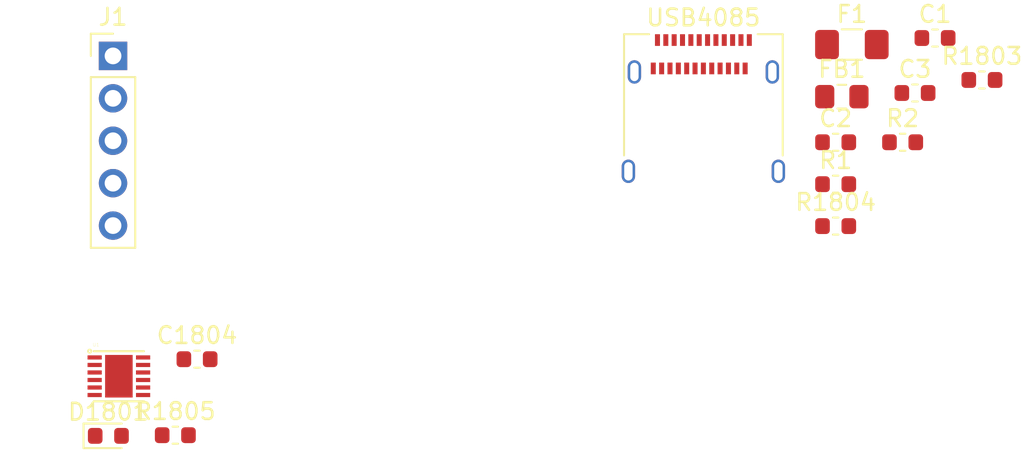
<source format=kicad_pcb>
(kicad_pcb (version 20171130) (host pcbnew "(5.1.6)-1")

  (general
    (thickness 1.6)
    (drawings 0)
    (tracks 0)
    (zones 0)
    (modules 15)
    (nets 30)
  )

  (page A4)
  (layers
    (0 F.Cu signal)
    (31 B.Cu signal)
    (32 B.Adhes user)
    (33 F.Adhes user)
    (34 B.Paste user)
    (35 F.Paste user)
    (36 B.SilkS user)
    (37 F.SilkS user)
    (38 B.Mask user)
    (39 F.Mask user)
    (40 Dwgs.User user)
    (41 Cmts.User user)
    (42 Eco1.User user)
    (43 Eco2.User user)
    (44 Edge.Cuts user)
    (45 Margin user)
    (46 B.CrtYd user)
    (47 F.CrtYd user)
    (48 B.Fab user)
    (49 F.Fab user)
  )

  (setup
    (last_trace_width 0.25)
    (trace_clearance 0.2)
    (zone_clearance 0.508)
    (zone_45_only no)
    (trace_min 0.2)
    (via_size 0.8)
    (via_drill 0.4)
    (via_min_size 0.4)
    (via_min_drill 0.3)
    (uvia_size 0.3)
    (uvia_drill 0.1)
    (uvias_allowed no)
    (uvia_min_size 0.2)
    (uvia_min_drill 0.1)
    (edge_width 0.1)
    (segment_width 0.2)
    (pcb_text_width 0.3)
    (pcb_text_size 1.5 1.5)
    (mod_edge_width 0.15)
    (mod_text_size 1 1)
    (mod_text_width 0.15)
    (pad_size 1.524 1.524)
    (pad_drill 0.762)
    (pad_to_mask_clearance 0)
    (aux_axis_origin 0 0)
    (visible_elements 7FFFFFFF)
    (pcbplotparams
      (layerselection 0x010fc_ffffffff)
      (usegerberextensions false)
      (usegerberattributes true)
      (usegerberadvancedattributes true)
      (creategerberjobfile true)
      (excludeedgelayer true)
      (linewidth 0.100000)
      (plotframeref false)
      (viasonmask false)
      (mode 1)
      (useauxorigin false)
      (hpglpennumber 1)
      (hpglpenspeed 20)
      (hpglpendiameter 15.000000)
      (psnegative false)
      (psa4output false)
      (plotreference true)
      (plotvalue true)
      (plotinvisibletext false)
      (padsonsilk false)
      (subtractmaskfromsilk false)
      (outputformat 1)
      (mirror false)
      (drillshape 1)
      (scaleselection 1)
      (outputdirectory ""))
  )

  (net 0 "")
  (net 1 "Net-(C1-Pad1)")
  (net 2 GND)
  (net 3 "Net-(C2-Pad1)")
  (net 4 "Net-(C3-Pad2)")
  (net 5 +3V3)
  (net 6 "Net-(D1801-Pad1)")
  (net 7 "Net-(D1801-Pad2)")
  (net 8 "Net-(F1-Pad2)")
  (net 9 VBUS)
  (net 10 /FTDI/TXD)
  (net 11 /FTDI/RXD)
  (net 12 /FTDI/CTS)
  (net 13 /FTDI/RTS)
  (net 14 /FTDI/USBDP)
  (net 15 /USB_C/USBDM)
  (net 16 "Net-(R1803-Pad2)")
  (net 17 "Net-(R1804-Pad2)")
  (net 18 "Net-(USB4085-PadA8)")
  (net 19 "Net-(USB4085-PadB7)")
  (net 20 "Net-(USB4085-PadB8)")
  (net 21 "Net-(USB4085-PadB6)")
  (net 22 "Net-(USB4085-PadB11)")
  (net 23 "Net-(USB4085-PadB10)")
  (net 24 "Net-(USB4085-PadB3)")
  (net 25 "Net-(USB4085-PadB2)")
  (net 26 "Net-(USB4085-PadA11)")
  (net 27 "Net-(USB4085-PadA10)")
  (net 28 "Net-(USB4085-PadA3)")
  (net 29 "Net-(USB4085-PadA2)")

  (net_class Default "This is the default net class."
    (clearance 0.2)
    (trace_width 0.25)
    (via_dia 0.8)
    (via_drill 0.4)
    (uvia_dia 0.3)
    (uvia_drill 0.1)
    (add_net +3V3)
    (add_net /FTDI/CTS)
    (add_net /FTDI/RTS)
    (add_net /FTDI/RXD)
    (add_net /FTDI/TXD)
    (add_net /FTDI/USBDP)
    (add_net /USB_C/USBDM)
    (add_net GND)
    (add_net "Net-(C1-Pad1)")
    (add_net "Net-(C2-Pad1)")
    (add_net "Net-(C3-Pad2)")
    (add_net "Net-(D1801-Pad1)")
    (add_net "Net-(D1801-Pad2)")
    (add_net "Net-(F1-Pad2)")
    (add_net "Net-(R1803-Pad2)")
    (add_net "Net-(R1804-Pad2)")
    (add_net "Net-(USB4085-PadA10)")
    (add_net "Net-(USB4085-PadA11)")
    (add_net "Net-(USB4085-PadA2)")
    (add_net "Net-(USB4085-PadA3)")
    (add_net "Net-(USB4085-PadA8)")
    (add_net "Net-(USB4085-PadB10)")
    (add_net "Net-(USB4085-PadB11)")
    (add_net "Net-(USB4085-PadB2)")
    (add_net "Net-(USB4085-PadB3)")
    (add_net "Net-(USB4085-PadB6)")
    (add_net "Net-(USB4085-PadB7)")
    (add_net "Net-(USB4085-PadB8)")
    (add_net VBUS)
  )

  (module Connector_USB:USB_C_Receptacle_Amphenol_12401610E4-2A (layer F.Cu) (tedit 5A142044) (tstamp 5F7D5803)
    (at 125.83 96.58)
    (descr "USB TYPE C, RA RCPT PCB, SMT, https://www.amphenolcanada.com/StockAvailabilityPrice.aspx?From=&PartNum=12401610E4%7e2A")
    (tags "USB C Type-C Receptacle SMD")
    (path /5F77D207/5F78019D)
    (attr smd)
    (fp_text reference USB4085 (at 0 -6.36) (layer F.SilkS)
      (effects (font (size 1 1) (thickness 0.15)))
    )
    (fp_text value USB_C_Receptacle (at 0 6.14) (layer F.Fab)
      (effects (font (size 1 1) (thickness 0.15)))
    )
    (fp_text user %R (at 0 0) (layer F.Fab)
      (effects (font (size 1 1) (thickness 0.1)))
    )
    (fp_line (start -5.39 5.73) (end -5.39 -5.87) (layer F.CrtYd) (width 0.05))
    (fp_line (start 5.39 5.73) (end -5.39 5.73) (layer F.CrtYd) (width 0.05))
    (fp_line (start 5.39 -5.87) (end 5.39 5.73) (layer F.CrtYd) (width 0.05))
    (fp_line (start -5.39 -5.87) (end 5.39 -5.87) (layer F.CrtYd) (width 0.05))
    (fp_line (start 4.6 5.23) (end 4.6 -5.22) (layer F.Fab) (width 0.1))
    (fp_line (start -4.6 5.23) (end 4.6 5.23) (layer F.Fab) (width 0.1))
    (fp_line (start 3.25 -5.37) (end 4.75 -5.37) (layer F.SilkS) (width 0.12))
    (fp_line (start 4.75 -5.37) (end 4.75 1.89) (layer F.SilkS) (width 0.12))
    (fp_line (start -4.75 -5.37) (end -4.75 1.89) (layer F.SilkS) (width 0.12))
    (fp_line (start -4.75 -5.37) (end -3.25 -5.37) (layer F.SilkS) (width 0.12))
    (fp_line (start -4.6 -5.22) (end 4.6 -5.22) (layer F.Fab) (width 0.1))
    (fp_line (start -4.6 5.23) (end -4.6 -5.22) (layer F.Fab) (width 0.1))
    (pad B12 smd rect (at -3 -3.32) (size 0.3 0.7) (layers F.Cu F.Paste F.Mask)
      (net 2 GND))
    (pad B11 smd rect (at -2.5 -3.32) (size 0.3 0.7) (layers F.Cu F.Paste F.Mask)
      (net 22 "Net-(USB4085-PadB11)"))
    (pad B10 smd rect (at -2 -3.32) (size 0.3 0.7) (layers F.Cu F.Paste F.Mask)
      (net 23 "Net-(USB4085-PadB10)"))
    (pad B9 smd rect (at -1.5 -3.32) (size 0.3 0.7) (layers F.Cu F.Paste F.Mask)
      (net 8 "Net-(F1-Pad2)"))
    (pad B8 smd rect (at -1 -3.32) (size 0.3 0.7) (layers F.Cu F.Paste F.Mask)
      (net 20 "Net-(USB4085-PadB8)"))
    (pad B7 smd rect (at -0.5 -3.32) (size 0.3 0.7) (layers F.Cu F.Paste F.Mask)
      (net 19 "Net-(USB4085-PadB7)"))
    (pad B6 smd rect (at 0 -3.32) (size 0.3 0.7) (layers F.Cu F.Paste F.Mask)
      (net 21 "Net-(USB4085-PadB6)"))
    (pad B5 smd rect (at 0.5 -3.32) (size 0.3 0.7) (layers F.Cu F.Paste F.Mask)
      (net 16 "Net-(R1803-Pad2)"))
    (pad B4 smd rect (at 1 -3.32) (size 0.3 0.7) (layers F.Cu F.Paste F.Mask)
      (net 8 "Net-(F1-Pad2)"))
    (pad B3 smd rect (at 1.5 -3.32) (size 0.3 0.7) (layers F.Cu F.Paste F.Mask)
      (net 24 "Net-(USB4085-PadB3)"))
    (pad B2 smd rect (at 2 -3.32) (size 0.3 0.7) (layers F.Cu F.Paste F.Mask)
      (net 25 "Net-(USB4085-PadB2)"))
    (pad "" np_thru_hole circle (at -3.6 -4.36) (size 0.65 0.65) (drill 0.65) (layers *.Cu *.Mask))
    (pad "" np_thru_hole oval (at 3.6 -4.36) (size 0.95 0.65) (drill oval 0.95 0.65) (layers *.Cu *.Mask))
    (pad S1 thru_hole oval (at -4.49 2.84) (size 0.8 1.4) (drill oval 0.5 1.1) (layers *.Cu *.Mask)
      (net 2 GND))
    (pad S1 thru_hole oval (at 4.49 2.84) (size 0.8 1.4) (drill oval 0.5 1.1) (layers *.Cu *.Mask)
      (net 2 GND))
    (pad S1 thru_hole oval (at 4.13 -3.11) (size 0.8 1.4) (drill oval 0.5 1.1) (layers *.Cu *.Mask)
      (net 2 GND))
    (pad B1 smd rect (at 2.5 -3.32) (size 0.3 0.7) (layers F.Cu F.Paste F.Mask)
      (net 2 GND))
    (pad A11 smd rect (at 2.25 -5.02) (size 0.3 0.7) (layers F.Cu F.Paste F.Mask)
      (net 26 "Net-(USB4085-PadA11)"))
    (pad A8 smd rect (at 0.75 -5.02) (size 0.3 0.7) (layers F.Cu F.Paste F.Mask)
      (net 18 "Net-(USB4085-PadA8)"))
    (pad A9 smd rect (at 1.25 -5.02) (size 0.3 0.7) (layers F.Cu F.Paste F.Mask)
      (net 8 "Net-(F1-Pad2)"))
    (pad A10 smd rect (at 1.75 -5.02) (size 0.3 0.7) (layers F.Cu F.Paste F.Mask)
      (net 27 "Net-(USB4085-PadA10)"))
    (pad A12 smd rect (at 2.75 -5.02) (size 0.3 0.7) (layers F.Cu F.Paste F.Mask)
      (net 2 GND))
    (pad A7 smd rect (at 0.25 -5.02) (size 0.3 0.7) (layers F.Cu F.Paste F.Mask)
      (net 3 "Net-(C2-Pad1)"))
    (pad A6 smd rect (at -0.25 -5.02) (size 0.3 0.7) (layers F.Cu F.Paste F.Mask)
      (net 1 "Net-(C1-Pad1)"))
    (pad A5 smd rect (at -0.75 -5.02) (size 0.3 0.7) (layers F.Cu F.Paste F.Mask)
      (net 17 "Net-(R1804-Pad2)"))
    (pad A4 smd rect (at -1.25 -5.02) (size 0.3 0.7) (layers F.Cu F.Paste F.Mask)
      (net 8 "Net-(F1-Pad2)"))
    (pad A3 smd rect (at -1.75 -5.02) (size 0.3 0.7) (layers F.Cu F.Paste F.Mask)
      (net 28 "Net-(USB4085-PadA3)"))
    (pad A2 smd rect (at -2.25 -5.02) (size 0.3 0.7) (layers F.Cu F.Paste F.Mask)
      (net 29 "Net-(USB4085-PadA2)"))
    (pad A1 smd rect (at -2.75 -5.02) (size 0.3 0.7) (layers F.Cu F.Paste F.Mask)
      (net 2 GND))
    (pad S1 thru_hole oval (at -4.13 -3.11) (size 0.8 1.4) (drill oval 0.5 1.1) (layers *.Cu *.Mask)
      (net 2 GND))
    (model ${KISYS3DMOD}/Connector_USB.3dshapes/USB_C_Receptacle_Amphenol_12401610E4-2A.wrl
      (at (xyz 0 0 0))
      (scale (xyz 1 1 1))
      (rotate (xyz 0 0 0))
    )
  )

  (module FTDI:SON45P300X300X80-13N (layer F.Cu) (tedit 5F775F65) (tstamp 5F7D57D4)
    (at 90.83 111.69)
    (path /5F77CFCF/5F77F3E1)
    (fp_text reference U1 (at -1.36812 -1.88129) (layer F.SilkS)
      (effects (font (size 0.200457 0.200457) (thickness 0.015)))
    )
    (fp_text value FT234XD-T (at 0.54154 1.878348) (layer F.Fab)
      (effects (font (size 0.200571 0.200571) (thickness 0.015)))
    )
    (fp_line (start -2.15 -1.75) (end 2.15 -1.75) (layer F.CrtYd) (width 0.05))
    (fp_line (start 2.15 -1.75) (end 2.15 1.75) (layer F.CrtYd) (width 0.05))
    (fp_line (start 2.15 1.75) (end -2.15 1.75) (layer F.CrtYd) (width 0.05))
    (fp_line (start -2.15 1.75) (end -2.15 -1.75) (layer F.CrtYd) (width 0.05))
    (fp_circle (center -1.75 -1.5) (end -1.65 -1.5) (layer F.SilkS) (width 0.1))
    (fp_line (start -1.5 -1.5) (end 1.5 -1.5) (layer F.SilkS) (width 0.127))
    (fp_line (start -1.5 -1.5) (end -1.5 1.5) (layer F.Fab) (width 0.127))
    (fp_line (start -1.5 1.5) (end 1.5 1.5) (layer F.SilkS) (width 0.127))
    (fp_line (start 1.5 1.5) (end 1.5 -1.5) (layer F.Fab) (width 0.127))
    (fp_poly (pts (xy -0.460782 -0.91) (xy 0.46 -0.91) (xy 0.46 0.911547) (xy -0.460782 0.911547)) (layer F.Paste) (width 0.01))
    (pad 13 smd rect (at 0 0) (size 1.65 2.55) (layers F.Cu F.Mask)
      (net 2 GND))
    (pad 12 smd rect (at 1.45 -1.125) (size 0.85 0.25) (layers F.Cu F.Paste F.Mask)
      (net 14 /FTDI/USBDP))
    (pad 11 smd rect (at 1.45 -0.675) (size 0.85 0.25) (layers F.Cu F.Paste F.Mask)
      (net 12 /FTDI/CTS))
    (pad 10 smd rect (at 1.45 -0.225) (size 0.85 0.25) (layers F.Cu F.Paste F.Mask)
      (net 11 /FTDI/RXD))
    (pad 9 smd rect (at 1.45 0.225) (size 0.85 0.25) (layers F.Cu F.Paste F.Mask)
      (net 5 +3V3))
    (pad 8 smd rect (at 1.45 0.675) (size 0.85 0.25) (layers F.Cu F.Paste F.Mask)
      (net 13 /FTDI/RTS))
    (pad 7 smd rect (at 1.45 1.125) (size 0.85 0.25) (layers F.Cu F.Paste F.Mask)
      (net 10 /FTDI/TXD))
    (pad 6 smd rect (at -1.45 1.125) (size 0.85 0.25) (layers F.Cu F.Paste F.Mask)
      (net 6 "Net-(D1801-Pad1)"))
    (pad 5 smd rect (at -1.45 0.675) (size 0.85 0.25) (layers F.Cu F.Paste F.Mask)
      (net 2 GND))
    (pad 4 smd rect (at -1.45 0.225) (size 0.85 0.25) (layers F.Cu F.Paste F.Mask)
      (net 9 VBUS))
    (pad 3 smd rect (at -1.45 -0.225) (size 0.85 0.25) (layers F.Cu F.Paste F.Mask)
      (net 5 +3V3))
    (pad 2 smd rect (at -1.45 -0.675) (size 0.85 0.25) (layers F.Cu F.Paste F.Mask)
      (net 5 +3V3))
    (pad 1 smd rect (at -1.45 -1.125) (size 0.85 0.25) (layers F.Cu F.Paste F.Mask)
      (net 15 /USB_C/USBDM))
  )

  (module Resistor_SMD:R_0603_1608Metric (layer F.Cu) (tedit 5B301BBD) (tstamp 5F7D57B9)
    (at 94.21 115.22)
    (descr "Resistor SMD 0603 (1608 Metric), square (rectangular) end terminal, IPC_7351 nominal, (Body size source: http://www.tortai-tech.com/upload/download/2011102023233369053.pdf), generated with kicad-footprint-generator")
    (tags resistor)
    (path /5F77CFCF/5F78D5AA)
    (attr smd)
    (fp_text reference R1805 (at 0 -1.43) (layer F.SilkS)
      (effects (font (size 1 1) (thickness 0.15)))
    )
    (fp_text value "270 OHM" (at 0 1.43) (layer F.Fab)
      (effects (font (size 1 1) (thickness 0.15)))
    )
    (fp_text user %R (at 0 0) (layer F.Fab)
      (effects (font (size 0.4 0.4) (thickness 0.06)))
    )
    (fp_line (start -0.8 0.4) (end -0.8 -0.4) (layer F.Fab) (width 0.1))
    (fp_line (start -0.8 -0.4) (end 0.8 -0.4) (layer F.Fab) (width 0.1))
    (fp_line (start 0.8 -0.4) (end 0.8 0.4) (layer F.Fab) (width 0.1))
    (fp_line (start 0.8 0.4) (end -0.8 0.4) (layer F.Fab) (width 0.1))
    (fp_line (start -0.162779 -0.51) (end 0.162779 -0.51) (layer F.SilkS) (width 0.12))
    (fp_line (start -0.162779 0.51) (end 0.162779 0.51) (layer F.SilkS) (width 0.12))
    (fp_line (start -1.48 0.73) (end -1.48 -0.73) (layer F.CrtYd) (width 0.05))
    (fp_line (start -1.48 -0.73) (end 1.48 -0.73) (layer F.CrtYd) (width 0.05))
    (fp_line (start 1.48 -0.73) (end 1.48 0.73) (layer F.CrtYd) (width 0.05))
    (fp_line (start 1.48 0.73) (end -1.48 0.73) (layer F.CrtYd) (width 0.05))
    (pad 2 smd roundrect (at 0.7875 0) (size 0.875 0.95) (layers F.Cu F.Paste F.Mask) (roundrect_rratio 0.25)
      (net 5 +3V3))
    (pad 1 smd roundrect (at -0.7875 0) (size 0.875 0.95) (layers F.Cu F.Paste F.Mask) (roundrect_rratio 0.25)
      (net 7 "Net-(D1801-Pad2)"))
    (model ${KISYS3DMOD}/Resistor_SMD.3dshapes/R_0603_1608Metric.wrl
      (at (xyz 0 0 0))
      (scale (xyz 1 1 1))
      (rotate (xyz 0 0 0))
    )
  )

  (module Resistor_SMD:R_0603_1608Metric (layer F.Cu) (tedit 5B301BBD) (tstamp 5F7D57A8)
    (at 133.75 102.7)
    (descr "Resistor SMD 0603 (1608 Metric), square (rectangular) end terminal, IPC_7351 nominal, (Body size source: http://www.tortai-tech.com/upload/download/2011102023233369053.pdf), generated with kicad-footprint-generator")
    (tags resistor)
    (path /5F77D207/5F7C3CBB)
    (attr smd)
    (fp_text reference R1804 (at 0 -1.43) (layer F.SilkS)
      (effects (font (size 1 1) (thickness 0.15)))
    )
    (fp_text value 5k (at 0 1.43) (layer F.Fab)
      (effects (font (size 1 1) (thickness 0.15)))
    )
    (fp_text user %R (at 0 0) (layer F.Fab)
      (effects (font (size 0.4 0.4) (thickness 0.06)))
    )
    (fp_line (start -0.8 0.4) (end -0.8 -0.4) (layer F.Fab) (width 0.1))
    (fp_line (start -0.8 -0.4) (end 0.8 -0.4) (layer F.Fab) (width 0.1))
    (fp_line (start 0.8 -0.4) (end 0.8 0.4) (layer F.Fab) (width 0.1))
    (fp_line (start 0.8 0.4) (end -0.8 0.4) (layer F.Fab) (width 0.1))
    (fp_line (start -0.162779 -0.51) (end 0.162779 -0.51) (layer F.SilkS) (width 0.12))
    (fp_line (start -0.162779 0.51) (end 0.162779 0.51) (layer F.SilkS) (width 0.12))
    (fp_line (start -1.48 0.73) (end -1.48 -0.73) (layer F.CrtYd) (width 0.05))
    (fp_line (start -1.48 -0.73) (end 1.48 -0.73) (layer F.CrtYd) (width 0.05))
    (fp_line (start 1.48 -0.73) (end 1.48 0.73) (layer F.CrtYd) (width 0.05))
    (fp_line (start 1.48 0.73) (end -1.48 0.73) (layer F.CrtYd) (width 0.05))
    (pad 2 smd roundrect (at 0.7875 0) (size 0.875 0.95) (layers F.Cu F.Paste F.Mask) (roundrect_rratio 0.25)
      (net 17 "Net-(R1804-Pad2)"))
    (pad 1 smd roundrect (at -0.7875 0) (size 0.875 0.95) (layers F.Cu F.Paste F.Mask) (roundrect_rratio 0.25)
      (net 2 GND))
    (model ${KISYS3DMOD}/Resistor_SMD.3dshapes/R_0603_1608Metric.wrl
      (at (xyz 0 0 0))
      (scale (xyz 1 1 1))
      (rotate (xyz 0 0 0))
    )
  )

  (module Resistor_SMD:R_0603_1608Metric (layer F.Cu) (tedit 5B301BBD) (tstamp 5F7D5797)
    (at 142.51 93.95)
    (descr "Resistor SMD 0603 (1608 Metric), square (rectangular) end terminal, IPC_7351 nominal, (Body size source: http://www.tortai-tech.com/upload/download/2011102023233369053.pdf), generated with kicad-footprint-generator")
    (tags resistor)
    (path /5F77D207/5F7C4B56)
    (attr smd)
    (fp_text reference R1803 (at 0 -1.43) (layer F.SilkS)
      (effects (font (size 1 1) (thickness 0.15)))
    )
    (fp_text value 5k (at 0 1.43) (layer F.Fab)
      (effects (font (size 1 1) (thickness 0.15)))
    )
    (fp_text user %R (at 0 0) (layer F.Fab)
      (effects (font (size 0.4 0.4) (thickness 0.06)))
    )
    (fp_line (start -0.8 0.4) (end -0.8 -0.4) (layer F.Fab) (width 0.1))
    (fp_line (start -0.8 -0.4) (end 0.8 -0.4) (layer F.Fab) (width 0.1))
    (fp_line (start 0.8 -0.4) (end 0.8 0.4) (layer F.Fab) (width 0.1))
    (fp_line (start 0.8 0.4) (end -0.8 0.4) (layer F.Fab) (width 0.1))
    (fp_line (start -0.162779 -0.51) (end 0.162779 -0.51) (layer F.SilkS) (width 0.12))
    (fp_line (start -0.162779 0.51) (end 0.162779 0.51) (layer F.SilkS) (width 0.12))
    (fp_line (start -1.48 0.73) (end -1.48 -0.73) (layer F.CrtYd) (width 0.05))
    (fp_line (start -1.48 -0.73) (end 1.48 -0.73) (layer F.CrtYd) (width 0.05))
    (fp_line (start 1.48 -0.73) (end 1.48 0.73) (layer F.CrtYd) (width 0.05))
    (fp_line (start 1.48 0.73) (end -1.48 0.73) (layer F.CrtYd) (width 0.05))
    (pad 2 smd roundrect (at 0.7875 0) (size 0.875 0.95) (layers F.Cu F.Paste F.Mask) (roundrect_rratio 0.25)
      (net 16 "Net-(R1803-Pad2)"))
    (pad 1 smd roundrect (at -0.7875 0) (size 0.875 0.95) (layers F.Cu F.Paste F.Mask) (roundrect_rratio 0.25)
      (net 2 GND))
    (model ${KISYS3DMOD}/Resistor_SMD.3dshapes/R_0603_1608Metric.wrl
      (at (xyz 0 0 0))
      (scale (xyz 1 1 1))
      (rotate (xyz 0 0 0))
    )
  )

  (module Resistor_SMD:R_0603_1608Metric (layer F.Cu) (tedit 5B301BBD) (tstamp 5F7D5786)
    (at 137.76 97.68)
    (descr "Resistor SMD 0603 (1608 Metric), square (rectangular) end terminal, IPC_7351 nominal, (Body size source: http://www.tortai-tech.com/upload/download/2011102023233369053.pdf), generated with kicad-footprint-generator")
    (tags resistor)
    (path /5F77D207/5F82AA1D)
    (attr smd)
    (fp_text reference R2 (at 0 -1.43) (layer F.SilkS)
      (effects (font (size 1 1) (thickness 0.15)))
    )
    (fp_text value "27 OHM" (at 0 1.43) (layer F.Fab)
      (effects (font (size 1 1) (thickness 0.15)))
    )
    (fp_text user %R (at 0 0) (layer F.Fab)
      (effects (font (size 0.4 0.4) (thickness 0.06)))
    )
    (fp_line (start -0.8 0.4) (end -0.8 -0.4) (layer F.Fab) (width 0.1))
    (fp_line (start -0.8 -0.4) (end 0.8 -0.4) (layer F.Fab) (width 0.1))
    (fp_line (start 0.8 -0.4) (end 0.8 0.4) (layer F.Fab) (width 0.1))
    (fp_line (start 0.8 0.4) (end -0.8 0.4) (layer F.Fab) (width 0.1))
    (fp_line (start -0.162779 -0.51) (end 0.162779 -0.51) (layer F.SilkS) (width 0.12))
    (fp_line (start -0.162779 0.51) (end 0.162779 0.51) (layer F.SilkS) (width 0.12))
    (fp_line (start -1.48 0.73) (end -1.48 -0.73) (layer F.CrtYd) (width 0.05))
    (fp_line (start -1.48 -0.73) (end 1.48 -0.73) (layer F.CrtYd) (width 0.05))
    (fp_line (start 1.48 -0.73) (end 1.48 0.73) (layer F.CrtYd) (width 0.05))
    (fp_line (start 1.48 0.73) (end -1.48 0.73) (layer F.CrtYd) (width 0.05))
    (pad 2 smd roundrect (at 0.7875 0) (size 0.875 0.95) (layers F.Cu F.Paste F.Mask) (roundrect_rratio 0.25)
      (net 3 "Net-(C2-Pad1)"))
    (pad 1 smd roundrect (at -0.7875 0) (size 0.875 0.95) (layers F.Cu F.Paste F.Mask) (roundrect_rratio 0.25)
      (net 15 /USB_C/USBDM))
    (model ${KISYS3DMOD}/Resistor_SMD.3dshapes/R_0603_1608Metric.wrl
      (at (xyz 0 0 0))
      (scale (xyz 1 1 1))
      (rotate (xyz 0 0 0))
    )
  )

  (module Resistor_SMD:R_0603_1608Metric (layer F.Cu) (tedit 5B301BBD) (tstamp 5F7D5775)
    (at 133.75 100.19)
    (descr "Resistor SMD 0603 (1608 Metric), square (rectangular) end terminal, IPC_7351 nominal, (Body size source: http://www.tortai-tech.com/upload/download/2011102023233369053.pdf), generated with kicad-footprint-generator")
    (tags resistor)
    (path /5F77D207/5F82A9FC)
    (attr smd)
    (fp_text reference R1 (at 0 -1.43) (layer F.SilkS)
      (effects (font (size 1 1) (thickness 0.15)))
    )
    (fp_text value "27 OHM" (at 0 1.43) (layer F.Fab)
      (effects (font (size 1 1) (thickness 0.15)))
    )
    (fp_text user %R (at 0 0) (layer F.Fab)
      (effects (font (size 0.4 0.4) (thickness 0.06)))
    )
    (fp_line (start -0.8 0.4) (end -0.8 -0.4) (layer F.Fab) (width 0.1))
    (fp_line (start -0.8 -0.4) (end 0.8 -0.4) (layer F.Fab) (width 0.1))
    (fp_line (start 0.8 -0.4) (end 0.8 0.4) (layer F.Fab) (width 0.1))
    (fp_line (start 0.8 0.4) (end -0.8 0.4) (layer F.Fab) (width 0.1))
    (fp_line (start -0.162779 -0.51) (end 0.162779 -0.51) (layer F.SilkS) (width 0.12))
    (fp_line (start -0.162779 0.51) (end 0.162779 0.51) (layer F.SilkS) (width 0.12))
    (fp_line (start -1.48 0.73) (end -1.48 -0.73) (layer F.CrtYd) (width 0.05))
    (fp_line (start -1.48 -0.73) (end 1.48 -0.73) (layer F.CrtYd) (width 0.05))
    (fp_line (start 1.48 -0.73) (end 1.48 0.73) (layer F.CrtYd) (width 0.05))
    (fp_line (start 1.48 0.73) (end -1.48 0.73) (layer F.CrtYd) (width 0.05))
    (pad 2 smd roundrect (at 0.7875 0) (size 0.875 0.95) (layers F.Cu F.Paste F.Mask) (roundrect_rratio 0.25)
      (net 1 "Net-(C1-Pad1)"))
    (pad 1 smd roundrect (at -0.7875 0) (size 0.875 0.95) (layers F.Cu F.Paste F.Mask) (roundrect_rratio 0.25)
      (net 14 /FTDI/USBDP))
    (model ${KISYS3DMOD}/Resistor_SMD.3dshapes/R_0603_1608Metric.wrl
      (at (xyz 0 0 0))
      (scale (xyz 1 1 1))
      (rotate (xyz 0 0 0))
    )
  )

  (module Connector_PinHeader_2.54mm:PinHeader_1x05_P2.54mm_Vertical (layer F.Cu) (tedit 59FED5CC) (tstamp 5F7D5764)
    (at 90.48 92.51)
    (descr "Through hole straight pin header, 1x05, 2.54mm pitch, single row")
    (tags "Through hole pin header THT 1x05 2.54mm single row")
    (path /5F77CF0D/5F7C055C)
    (fp_text reference J1 (at 0 -2.33) (layer F.SilkS)
      (effects (font (size 1 1) (thickness 0.15)))
    )
    (fp_text value Conn_01x05_Male (at 0 12.49) (layer F.Fab)
      (effects (font (size 1 1) (thickness 0.15)))
    )
    (fp_text user %R (at 0 5.08 90) (layer F.Fab)
      (effects (font (size 1 1) (thickness 0.15)))
    )
    (fp_line (start -0.635 -1.27) (end 1.27 -1.27) (layer F.Fab) (width 0.1))
    (fp_line (start 1.27 -1.27) (end 1.27 11.43) (layer F.Fab) (width 0.1))
    (fp_line (start 1.27 11.43) (end -1.27 11.43) (layer F.Fab) (width 0.1))
    (fp_line (start -1.27 11.43) (end -1.27 -0.635) (layer F.Fab) (width 0.1))
    (fp_line (start -1.27 -0.635) (end -0.635 -1.27) (layer F.Fab) (width 0.1))
    (fp_line (start -1.33 11.49) (end 1.33 11.49) (layer F.SilkS) (width 0.12))
    (fp_line (start -1.33 1.27) (end -1.33 11.49) (layer F.SilkS) (width 0.12))
    (fp_line (start 1.33 1.27) (end 1.33 11.49) (layer F.SilkS) (width 0.12))
    (fp_line (start -1.33 1.27) (end 1.33 1.27) (layer F.SilkS) (width 0.12))
    (fp_line (start -1.33 0) (end -1.33 -1.33) (layer F.SilkS) (width 0.12))
    (fp_line (start -1.33 -1.33) (end 0 -1.33) (layer F.SilkS) (width 0.12))
    (fp_line (start -1.8 -1.8) (end -1.8 11.95) (layer F.CrtYd) (width 0.05))
    (fp_line (start -1.8 11.95) (end 1.8 11.95) (layer F.CrtYd) (width 0.05))
    (fp_line (start 1.8 11.95) (end 1.8 -1.8) (layer F.CrtYd) (width 0.05))
    (fp_line (start 1.8 -1.8) (end -1.8 -1.8) (layer F.CrtYd) (width 0.05))
    (pad 5 thru_hole oval (at 0 10.16) (size 1.7 1.7) (drill 1) (layers *.Cu *.Mask)
      (net 2 GND))
    (pad 4 thru_hole oval (at 0 7.62) (size 1.7 1.7) (drill 1) (layers *.Cu *.Mask)
      (net 13 /FTDI/RTS))
    (pad 3 thru_hole oval (at 0 5.08) (size 1.7 1.7) (drill 1) (layers *.Cu *.Mask)
      (net 12 /FTDI/CTS))
    (pad 2 thru_hole oval (at 0 2.54) (size 1.7 1.7) (drill 1) (layers *.Cu *.Mask)
      (net 11 /FTDI/RXD))
    (pad 1 thru_hole rect (at 0 0) (size 1.7 1.7) (drill 1) (layers *.Cu *.Mask)
      (net 10 /FTDI/TXD))
    (model ${KISYS3DMOD}/Connector_PinHeader_2.54mm.3dshapes/PinHeader_1x05_P2.54mm_Vertical.wrl
      (at (xyz 0 0 0))
      (scale (xyz 1 1 1))
      (rotate (xyz 0 0 0))
    )
  )

  (module Resistor_SMD:R_0805_2012Metric_Pad1.15x1.40mm_HandSolder (layer F.Cu) (tedit 5B36C52B) (tstamp 5F7D574B)
    (at 134.12 94.95)
    (descr "Resistor SMD 0805 (2012 Metric), square (rectangular) end terminal, IPC_7351 nominal with elongated pad for handsoldering. (Body size source: https://docs.google.com/spreadsheets/d/1BsfQQcO9C6DZCsRaXUlFlo91Tg2WpOkGARC1WS5S8t0/edit?usp=sharing), generated with kicad-footprint-generator")
    (tags "resistor handsolder")
    (path /5F77D207/5F82F8D0)
    (attr smd)
    (fp_text reference FB1 (at 0 -1.65) (layer F.SilkS)
      (effects (font (size 1 1) (thickness 0.15)))
    )
    (fp_text value "600 OHM" (at 0 1.65) (layer F.Fab)
      (effects (font (size 1 1) (thickness 0.15)))
    )
    (fp_text user %R (at 0 0) (layer F.Fab)
      (effects (font (size 0.5 0.5) (thickness 0.08)))
    )
    (fp_line (start -1 0.6) (end -1 -0.6) (layer F.Fab) (width 0.1))
    (fp_line (start -1 -0.6) (end 1 -0.6) (layer F.Fab) (width 0.1))
    (fp_line (start 1 -0.6) (end 1 0.6) (layer F.Fab) (width 0.1))
    (fp_line (start 1 0.6) (end -1 0.6) (layer F.Fab) (width 0.1))
    (fp_line (start -0.261252 -0.71) (end 0.261252 -0.71) (layer F.SilkS) (width 0.12))
    (fp_line (start -0.261252 0.71) (end 0.261252 0.71) (layer F.SilkS) (width 0.12))
    (fp_line (start -1.85 0.95) (end -1.85 -0.95) (layer F.CrtYd) (width 0.05))
    (fp_line (start -1.85 -0.95) (end 1.85 -0.95) (layer F.CrtYd) (width 0.05))
    (fp_line (start 1.85 -0.95) (end 1.85 0.95) (layer F.CrtYd) (width 0.05))
    (fp_line (start 1.85 0.95) (end -1.85 0.95) (layer F.CrtYd) (width 0.05))
    (pad 2 smd roundrect (at 1.025 0) (size 1.15 1.4) (layers F.Cu F.Paste F.Mask) (roundrect_rratio 0.217391)
      (net 4 "Net-(C3-Pad2)"))
    (pad 1 smd roundrect (at -1.025 0) (size 1.15 1.4) (layers F.Cu F.Paste F.Mask) (roundrect_rratio 0.217391)
      (net 9 VBUS))
    (model ${KISYS3DMOD}/Resistor_SMD.3dshapes/R_0805_2012Metric.wrl
      (at (xyz 0 0 0))
      (scale (xyz 1 1 1))
      (rotate (xyz 0 0 0))
    )
  )

  (module Fuse:Fuse_1206_3216Metric_Pad1.42x1.75mm_HandSolder (layer F.Cu) (tedit 5B301BBE) (tstamp 5F7D573A)
    (at 134.72 91.83)
    (descr "Fuse SMD 1206 (3216 Metric), square (rectangular) end terminal, IPC_7351 nominal with elongated pad for handsoldering. (Body size source: http://www.tortai-tech.com/upload/download/2011102023233369053.pdf), generated with kicad-footprint-generator")
    (tags "resistor handsolder")
    (path /5F77D207/5F82F8C6)
    (attr smd)
    (fp_text reference F1 (at 0 -1.82) (layer F.SilkS)
      (effects (font (size 1 1) (thickness 0.15)))
    )
    (fp_text value 500mA (at 0 1.82) (layer F.Fab)
      (effects (font (size 1 1) (thickness 0.15)))
    )
    (fp_text user %R (at 0 0) (layer F.Fab)
      (effects (font (size 0.8 0.8) (thickness 0.12)))
    )
    (fp_line (start -1.6 0.8) (end -1.6 -0.8) (layer F.Fab) (width 0.1))
    (fp_line (start -1.6 -0.8) (end 1.6 -0.8) (layer F.Fab) (width 0.1))
    (fp_line (start 1.6 -0.8) (end 1.6 0.8) (layer F.Fab) (width 0.1))
    (fp_line (start 1.6 0.8) (end -1.6 0.8) (layer F.Fab) (width 0.1))
    (fp_line (start -0.602064 -0.91) (end 0.602064 -0.91) (layer F.SilkS) (width 0.12))
    (fp_line (start -0.602064 0.91) (end 0.602064 0.91) (layer F.SilkS) (width 0.12))
    (fp_line (start -2.45 1.12) (end -2.45 -1.12) (layer F.CrtYd) (width 0.05))
    (fp_line (start -2.45 -1.12) (end 2.45 -1.12) (layer F.CrtYd) (width 0.05))
    (fp_line (start 2.45 -1.12) (end 2.45 1.12) (layer F.CrtYd) (width 0.05))
    (fp_line (start 2.45 1.12) (end -2.45 1.12) (layer F.CrtYd) (width 0.05))
    (pad 2 smd roundrect (at 1.4875 0) (size 1.425 1.75) (layers F.Cu F.Paste F.Mask) (roundrect_rratio 0.175439)
      (net 8 "Net-(F1-Pad2)"))
    (pad 1 smd roundrect (at -1.4875 0) (size 1.425 1.75) (layers F.Cu F.Paste F.Mask) (roundrect_rratio 0.175439)
      (net 4 "Net-(C3-Pad2)"))
    (model ${KISYS3DMOD}/Fuse.3dshapes/Fuse_1206_3216Metric.wrl
      (at (xyz 0 0 0))
      (scale (xyz 1 1 1))
      (rotate (xyz 0 0 0))
    )
  )

  (module LED_SMD:LED_0603_1608Metric (layer F.Cu) (tedit 5B301BBE) (tstamp 5F7D5729)
    (at 90.2 115.26)
    (descr "LED SMD 0603 (1608 Metric), square (rectangular) end terminal, IPC_7351 nominal, (Body size source: http://www.tortai-tech.com/upload/download/2011102023233369053.pdf), generated with kicad-footprint-generator")
    (tags diode)
    (path /5F77CFCF/5F78BEC6)
    (attr smd)
    (fp_text reference D1801 (at 0 -1.43) (layer F.SilkS)
      (effects (font (size 1 1) (thickness 0.15)))
    )
    (fp_text value LED (at 0 1.43) (layer F.Fab)
      (effects (font (size 1 1) (thickness 0.15)))
    )
    (fp_text user %R (at 0 0) (layer F.Fab)
      (effects (font (size 0.4 0.4) (thickness 0.06)))
    )
    (fp_line (start 0.8 -0.4) (end -0.5 -0.4) (layer F.Fab) (width 0.1))
    (fp_line (start -0.5 -0.4) (end -0.8 -0.1) (layer F.Fab) (width 0.1))
    (fp_line (start -0.8 -0.1) (end -0.8 0.4) (layer F.Fab) (width 0.1))
    (fp_line (start -0.8 0.4) (end 0.8 0.4) (layer F.Fab) (width 0.1))
    (fp_line (start 0.8 0.4) (end 0.8 -0.4) (layer F.Fab) (width 0.1))
    (fp_line (start 0.8 -0.735) (end -1.485 -0.735) (layer F.SilkS) (width 0.12))
    (fp_line (start -1.485 -0.735) (end -1.485 0.735) (layer F.SilkS) (width 0.12))
    (fp_line (start -1.485 0.735) (end 0.8 0.735) (layer F.SilkS) (width 0.12))
    (fp_line (start -1.48 0.73) (end -1.48 -0.73) (layer F.CrtYd) (width 0.05))
    (fp_line (start -1.48 -0.73) (end 1.48 -0.73) (layer F.CrtYd) (width 0.05))
    (fp_line (start 1.48 -0.73) (end 1.48 0.73) (layer F.CrtYd) (width 0.05))
    (fp_line (start 1.48 0.73) (end -1.48 0.73) (layer F.CrtYd) (width 0.05))
    (pad 2 smd roundrect (at 0.7875 0) (size 0.875 0.95) (layers F.Cu F.Paste F.Mask) (roundrect_rratio 0.25)
      (net 7 "Net-(D1801-Pad2)"))
    (pad 1 smd roundrect (at -0.7875 0) (size 0.875 0.95) (layers F.Cu F.Paste F.Mask) (roundrect_rratio 0.25)
      (net 6 "Net-(D1801-Pad1)"))
    (model ${KISYS3DMOD}/LED_SMD.3dshapes/LED_0603_1608Metric.wrl
      (at (xyz 0 0 0))
      (scale (xyz 1 1 1))
      (rotate (xyz 0 0 0))
    )
  )

  (module Capacitor_SMD:C_0603_1608Metric (layer F.Cu) (tedit 5B301BBE) (tstamp 5F7D5716)
    (at 95.51 110.67)
    (descr "Capacitor SMD 0603 (1608 Metric), square (rectangular) end terminal, IPC_7351 nominal, (Body size source: http://www.tortai-tech.com/upload/download/2011102023233369053.pdf), generated with kicad-footprint-generator")
    (tags capacitor)
    (path /5F77CFCF/5F7C7635)
    (attr smd)
    (fp_text reference C1804 (at 0 -1.43) (layer F.SilkS)
      (effects (font (size 1 1) (thickness 0.15)))
    )
    (fp_text value 100nF (at 0 1.43) (layer F.Fab)
      (effects (font (size 1 1) (thickness 0.15)))
    )
    (fp_text user %R (at 0 0) (layer F.Fab)
      (effects (font (size 0.4 0.4) (thickness 0.06)))
    )
    (fp_line (start -0.8 0.4) (end -0.8 -0.4) (layer F.Fab) (width 0.1))
    (fp_line (start -0.8 -0.4) (end 0.8 -0.4) (layer F.Fab) (width 0.1))
    (fp_line (start 0.8 -0.4) (end 0.8 0.4) (layer F.Fab) (width 0.1))
    (fp_line (start 0.8 0.4) (end -0.8 0.4) (layer F.Fab) (width 0.1))
    (fp_line (start -0.162779 -0.51) (end 0.162779 -0.51) (layer F.SilkS) (width 0.12))
    (fp_line (start -0.162779 0.51) (end 0.162779 0.51) (layer F.SilkS) (width 0.12))
    (fp_line (start -1.48 0.73) (end -1.48 -0.73) (layer F.CrtYd) (width 0.05))
    (fp_line (start -1.48 -0.73) (end 1.48 -0.73) (layer F.CrtYd) (width 0.05))
    (fp_line (start 1.48 -0.73) (end 1.48 0.73) (layer F.CrtYd) (width 0.05))
    (fp_line (start 1.48 0.73) (end -1.48 0.73) (layer F.CrtYd) (width 0.05))
    (pad 2 smd roundrect (at 0.7875 0) (size 0.875 0.95) (layers F.Cu F.Paste F.Mask) (roundrect_rratio 0.25)
      (net 2 GND))
    (pad 1 smd roundrect (at -0.7875 0) (size 0.875 0.95) (layers F.Cu F.Paste F.Mask) (roundrect_rratio 0.25)
      (net 5 +3V3))
    (model ${KISYS3DMOD}/Capacitor_SMD.3dshapes/C_0603_1608Metric.wrl
      (at (xyz 0 0 0))
      (scale (xyz 1 1 1))
      (rotate (xyz 0 0 0))
    )
  )

  (module Capacitor_SMD:C_0603_1608Metric (layer F.Cu) (tedit 5B301BBE) (tstamp 5F7D5705)
    (at 138.5 94.73)
    (descr "Capacitor SMD 0603 (1608 Metric), square (rectangular) end terminal, IPC_7351 nominal, (Body size source: http://www.tortai-tech.com/upload/download/2011102023233369053.pdf), generated with kicad-footprint-generator")
    (tags capacitor)
    (path /5F77D207/5F82F8AF)
    (attr smd)
    (fp_text reference C3 (at 0 -1.43) (layer F.SilkS)
      (effects (font (size 1 1) (thickness 0.15)))
    )
    (fp_text value 10nF (at 0 1.43) (layer F.Fab)
      (effects (font (size 1 1) (thickness 0.15)))
    )
    (fp_text user %R (at 0 0) (layer F.Fab)
      (effects (font (size 0.4 0.4) (thickness 0.06)))
    )
    (fp_line (start -0.8 0.4) (end -0.8 -0.4) (layer F.Fab) (width 0.1))
    (fp_line (start -0.8 -0.4) (end 0.8 -0.4) (layer F.Fab) (width 0.1))
    (fp_line (start 0.8 -0.4) (end 0.8 0.4) (layer F.Fab) (width 0.1))
    (fp_line (start 0.8 0.4) (end -0.8 0.4) (layer F.Fab) (width 0.1))
    (fp_line (start -0.162779 -0.51) (end 0.162779 -0.51) (layer F.SilkS) (width 0.12))
    (fp_line (start -0.162779 0.51) (end 0.162779 0.51) (layer F.SilkS) (width 0.12))
    (fp_line (start -1.48 0.73) (end -1.48 -0.73) (layer F.CrtYd) (width 0.05))
    (fp_line (start -1.48 -0.73) (end 1.48 -0.73) (layer F.CrtYd) (width 0.05))
    (fp_line (start 1.48 -0.73) (end 1.48 0.73) (layer F.CrtYd) (width 0.05))
    (fp_line (start 1.48 0.73) (end -1.48 0.73) (layer F.CrtYd) (width 0.05))
    (pad 2 smd roundrect (at 0.7875 0) (size 0.875 0.95) (layers F.Cu F.Paste F.Mask) (roundrect_rratio 0.25)
      (net 4 "Net-(C3-Pad2)"))
    (pad 1 smd roundrect (at -0.7875 0) (size 0.875 0.95) (layers F.Cu F.Paste F.Mask) (roundrect_rratio 0.25)
      (net 2 GND))
    (model ${KISYS3DMOD}/Capacitor_SMD.3dshapes/C_0603_1608Metric.wrl
      (at (xyz 0 0 0))
      (scale (xyz 1 1 1))
      (rotate (xyz 0 0 0))
    )
  )

  (module Capacitor_SMD:C_0603_1608Metric (layer F.Cu) (tedit 5B301BBE) (tstamp 5F7D56F4)
    (at 133.75 97.68)
    (descr "Capacitor SMD 0603 (1608 Metric), square (rectangular) end terminal, IPC_7351 nominal, (Body size source: http://www.tortai-tech.com/upload/download/2011102023233369053.pdf), generated with kicad-footprint-generator")
    (tags capacitor)
    (path /5F77D207/5F82AA02)
    (attr smd)
    (fp_text reference C2 (at 0 -1.43) (layer F.SilkS)
      (effects (font (size 1 1) (thickness 0.15)))
    )
    (fp_text value 47pF (at 0 1.43) (layer F.Fab)
      (effects (font (size 1 1) (thickness 0.15)))
    )
    (fp_text user %R (at 0 0) (layer F.Fab)
      (effects (font (size 0.4 0.4) (thickness 0.06)))
    )
    (fp_line (start -0.8 0.4) (end -0.8 -0.4) (layer F.Fab) (width 0.1))
    (fp_line (start -0.8 -0.4) (end 0.8 -0.4) (layer F.Fab) (width 0.1))
    (fp_line (start 0.8 -0.4) (end 0.8 0.4) (layer F.Fab) (width 0.1))
    (fp_line (start 0.8 0.4) (end -0.8 0.4) (layer F.Fab) (width 0.1))
    (fp_line (start -0.162779 -0.51) (end 0.162779 -0.51) (layer F.SilkS) (width 0.12))
    (fp_line (start -0.162779 0.51) (end 0.162779 0.51) (layer F.SilkS) (width 0.12))
    (fp_line (start -1.48 0.73) (end -1.48 -0.73) (layer F.CrtYd) (width 0.05))
    (fp_line (start -1.48 -0.73) (end 1.48 -0.73) (layer F.CrtYd) (width 0.05))
    (fp_line (start 1.48 -0.73) (end 1.48 0.73) (layer F.CrtYd) (width 0.05))
    (fp_line (start 1.48 0.73) (end -1.48 0.73) (layer F.CrtYd) (width 0.05))
    (pad 2 smd roundrect (at 0.7875 0) (size 0.875 0.95) (layers F.Cu F.Paste F.Mask) (roundrect_rratio 0.25)
      (net 2 GND))
    (pad 1 smd roundrect (at -0.7875 0) (size 0.875 0.95) (layers F.Cu F.Paste F.Mask) (roundrect_rratio 0.25)
      (net 3 "Net-(C2-Pad1)"))
    (model ${KISYS3DMOD}/Capacitor_SMD.3dshapes/C_0603_1608Metric.wrl
      (at (xyz 0 0 0))
      (scale (xyz 1 1 1))
      (rotate (xyz 0 0 0))
    )
  )

  (module Capacitor_SMD:C_0603_1608Metric (layer F.Cu) (tedit 5B301BBE) (tstamp 5F7D56E3)
    (at 139.7 91.44)
    (descr "Capacitor SMD 0603 (1608 Metric), square (rectangular) end terminal, IPC_7351 nominal, (Body size source: http://www.tortai-tech.com/upload/download/2011102023233369053.pdf), generated with kicad-footprint-generator")
    (tags capacitor)
    (path /5F77D207/5F82AA08)
    (attr smd)
    (fp_text reference C1 (at 0 -1.43) (layer F.SilkS)
      (effects (font (size 1 1) (thickness 0.15)))
    )
    (fp_text value 47pF (at 0 1.43) (layer F.Fab)
      (effects (font (size 1 1) (thickness 0.15)))
    )
    (fp_text user %R (at 0 0) (layer F.Fab)
      (effects (font (size 0.4 0.4) (thickness 0.06)))
    )
    (fp_line (start -0.8 0.4) (end -0.8 -0.4) (layer F.Fab) (width 0.1))
    (fp_line (start -0.8 -0.4) (end 0.8 -0.4) (layer F.Fab) (width 0.1))
    (fp_line (start 0.8 -0.4) (end 0.8 0.4) (layer F.Fab) (width 0.1))
    (fp_line (start 0.8 0.4) (end -0.8 0.4) (layer F.Fab) (width 0.1))
    (fp_line (start -0.162779 -0.51) (end 0.162779 -0.51) (layer F.SilkS) (width 0.12))
    (fp_line (start -0.162779 0.51) (end 0.162779 0.51) (layer F.SilkS) (width 0.12))
    (fp_line (start -1.48 0.73) (end -1.48 -0.73) (layer F.CrtYd) (width 0.05))
    (fp_line (start -1.48 -0.73) (end 1.48 -0.73) (layer F.CrtYd) (width 0.05))
    (fp_line (start 1.48 -0.73) (end 1.48 0.73) (layer F.CrtYd) (width 0.05))
    (fp_line (start 1.48 0.73) (end -1.48 0.73) (layer F.CrtYd) (width 0.05))
    (pad 2 smd roundrect (at 0.7875 0) (size 0.875 0.95) (layers F.Cu F.Paste F.Mask) (roundrect_rratio 0.25)
      (net 2 GND))
    (pad 1 smd roundrect (at -0.7875 0) (size 0.875 0.95) (layers F.Cu F.Paste F.Mask) (roundrect_rratio 0.25)
      (net 1 "Net-(C1-Pad1)"))
    (model ${KISYS3DMOD}/Capacitor_SMD.3dshapes/C_0603_1608Metric.wrl
      (at (xyz 0 0 0))
      (scale (xyz 1 1 1))
      (rotate (xyz 0 0 0))
    )
  )

)

</source>
